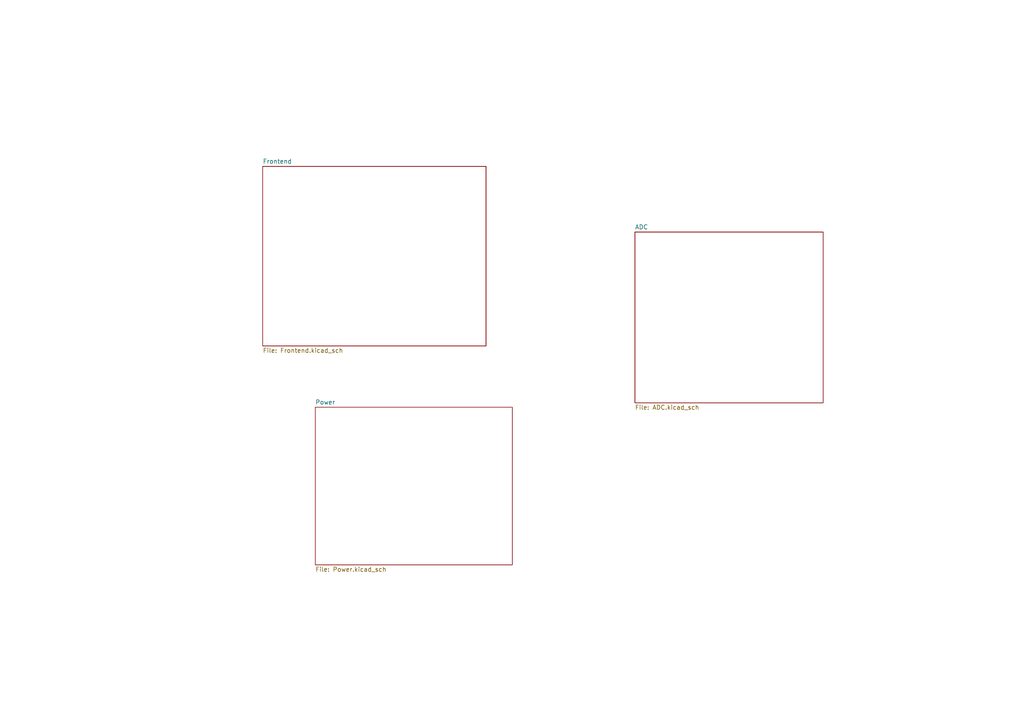
<source format=kicad_sch>
(kicad_sch
	(version 20250114)
	(generator "eeschema")
	(generator_version "9.0")
	(uuid "4bd309eb-bf97-4287-a2c2-5b27ab2783b5")
	(paper "A4")
	(lib_symbols)
	(sheet
		(at 76.2 48.26)
		(size 64.77 52.07)
		(exclude_from_sim no)
		(in_bom yes)
		(on_board yes)
		(dnp no)
		(fields_autoplaced yes)
		(stroke
			(width 0.1524)
			(type solid)
		)
		(fill
			(color 0 0 0 0.0000)
		)
		(uuid "162a67b4-8c53-447b-9e5a-afc01ca9e483")
		(property "Sheetname" "Frontend"
			(at 76.2 47.5484 0)
			(effects
				(font
					(size 1.27 1.27)
				)
				(justify left bottom)
			)
		)
		(property "Sheetfile" "Frontend.kicad_sch"
			(at 76.2 100.9146 0)
			(effects
				(font
					(size 1.27 1.27)
				)
				(justify left top)
			)
		)
		(instances
			(project "ADC7177M1"
				(path "/e30159e7-fecb-4b08-a9fd-8c0b6565f013/e382cca3-340a-4115-b733-1d21769b9a67"
					(page "3")
				)
			)
		)
	)
	(sheet
		(at 184.15 67.31)
		(size 54.61 49.53)
		(exclude_from_sim no)
		(in_bom yes)
		(on_board yes)
		(dnp no)
		(fields_autoplaced yes)
		(stroke
			(width 0.1524)
			(type solid)
		)
		(fill
			(color 0 0 0 0.0000)
		)
		(uuid "2cbd31a6-d641-4304-8402-7aca3689c05b")
		(property "Sheetname" "ADC"
			(at 184.15 66.5984 0)
			(effects
				(font
					(size 1.27 1.27)
				)
				(justify left bottom)
			)
		)
		(property "Sheetfile" "ADC.kicad_sch"
			(at 184.15 117.4246 0)
			(effects
				(font
					(size 1.27 1.27)
				)
				(justify left top)
			)
		)
		(instances
			(project "ADC7177M1"
				(path "/e30159e7-fecb-4b08-a9fd-8c0b6565f013/e382cca3-340a-4115-b733-1d21769b9a67"
					(page "5")
				)
			)
		)
	)
	(sheet
		(at 91.44 118.11)
		(size 57.15 45.72)
		(exclude_from_sim no)
		(in_bom yes)
		(on_board yes)
		(dnp no)
		(fields_autoplaced yes)
		(stroke
			(width 0.1524)
			(type solid)
		)
		(fill
			(color 0 0 0 0.0000)
		)
		(uuid "40ee723a-4bed-42db-bfa8-bbbbb28f1aea")
		(property "Sheetname" "Power"
			(at 91.44 117.3984 0)
			(effects
				(font
					(size 1.27 1.27)
				)
				(justify left bottom)
			)
		)
		(property "Sheetfile" "Power.kicad_sch"
			(at 91.44 164.4146 0)
			(effects
				(font
					(size 1.27 1.27)
				)
				(justify left top)
			)
		)
		(instances
			(project "ADC7177M1"
				(path "/e30159e7-fecb-4b08-a9fd-8c0b6565f013/e382cca3-340a-4115-b733-1d21769b9a67"
					(page "4")
				)
			)
		)
	)
)

</source>
